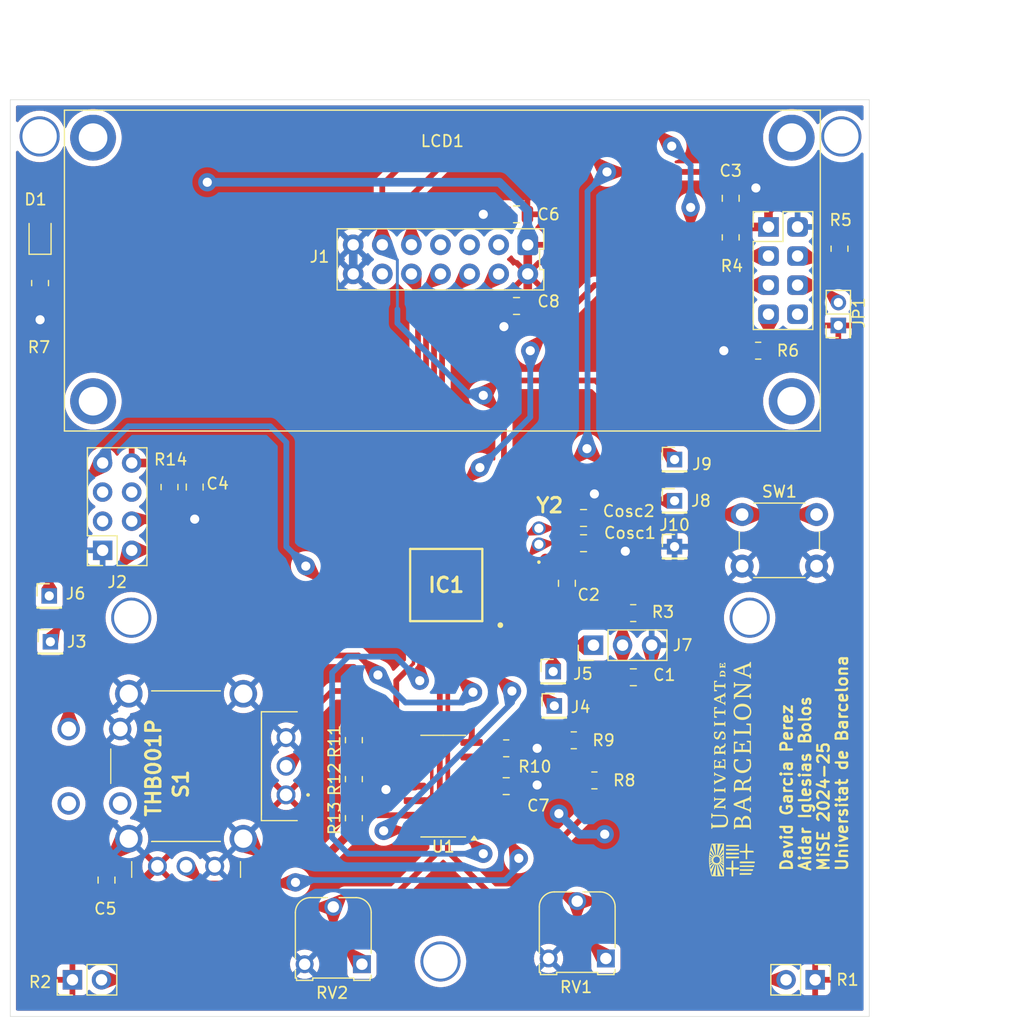
<source format=kicad_pcb>
(kicad_pcb (version 20240108) (generator "pcbnew") (generator_version "8.0")
  (title_block (title "Projecte Robot MISE 2024-25") (date "2025-03-12") (rev "12/03/25") (company "David García - Aidar Iglesias"))
  (layers (0 "F.Cu" signal) (31 "B.Cu" signal) (34 "B.Paste" user) (35 "F.Paste" user) (36 "B.SilkS" user "B.Silkscreen") (37 "F.SilkS" user "F.Silkscreen") (38 "B.Mask" user) (39 "F.Mask" user) (44 "Edge.Cuts" user))
  (net 0 "")
  (net 1 "/SBW_{TDIO}")
  (net 2 "GND")
  (net 3 "+3V3")
  (net 4 "/XT1IN")
  (net 5 "/XT1OUT")
  (net 6 "/LDR_{L}")
  (net 7 "/P1")
  (net 13 "/JTK_{L}")
  (net 14 "/P2")
  (net 16 "/SBW_{TCK}")
  (net 18 "/~{RST_{LCD}}")
  (net 19 "/I2C_SDA")
  (net 21 "/P0")
  (net 23 "/P8")
  (net 24 "/JTK_{SEL}")
  (net 27 "/JTK_{F}")
  (net 33 "/LDR_{R}")
  (net 35 "/ACLK_{TP}")
  (net 36 "/I2C_SCL")
  (net 37 "/RX_{ESP}")
  (net 38 "/JTK_{B}")
  (net 39 "/JTK_{R}")
  (net 42 "/SMCLK_{TP}")
  (net 43 "/~{EN_{ESP}}")
  (net 47 "/TH_{F}")
  (net 48 "/TH_{B}")
  (net 49 "/TH_{R}")
  (net 50 "/TH_{L}")
  (net 51 "/AO1")
  (net 53 "/AO2")
  (net 57 "/TX_{ESP}")
  (net 59 "/A")
  (net 60 "/K")
  (net 68 "/LED_PS")
  (footprint "MiSE:LDR" (layer "F.Cu") (at 74.425 136.3 90)
    (property "Reference" "R2")
    (property "Value" "Device_R_PHOTO")
  )
  (footprint "MiSE:LCD_2x16_I2C(Midas)" (layer "F.Cu") (at 106.725 74.41)
    (property "Reference" "LCD1")
    (property "Value" "LCD_2x16_I2C")
  )
  (footprint "Resistor_SMD:R_0805_2012Metric" (layer "F.Cu") (at 123.3875 104.3 180)
    (property "Reference" "R3")
    (property "Value" "47K")
  )
  (footprint "Resistor_SMD:R_0805_2012Metric" (layer "F.Cu") (at 71.6 75.5 -90)
    (property "Reference" "R7")
    (property "Value" "100")
  )
  (footprint "Capacitor_SMD:C_0805_2012Metric" (layer "F.Cu") (at 119.05 96)
    (property "Reference" "Cosc2")
    (property "Value" "16p")
  )
  (footprint "Resistor_SMD:R_0805_2012Metric" (layer "F.Cu") (at 99 118.7875 -90)
    (property "Reference" "R12")
    (property "Value" "1K5")
  )
  (footprint "MiSE:conn_DFrobot" (layer "F.Cu") (at 106.56 74.7 -90)
    (property "Reference" "J1")
    (property "Value" "conn_DFrobot")
  )
  (footprint "Resistor_SMD:R_0805_2012Metric" (layer "F.Cu") (at 99 115.3875 -90)
    (property "Reference" "R11")
    (property "Value" "800R")
  )
  (footprint "Capacitor_SMD:C_0805_2012Metric" (layer "F.Cu") (at 113.2 77.5 180)
    (property "Reference" "C8")
    (property "Value" "100n")
  )
  (footprint "KiCad:LFXTAL002997Bulk_modificat" (layer "F.Cu") (at 115.15 98.2 90)
    (property "Reference" "Y2")
    (property "Value" "LFXTAL002997BULK" (hide yes))
  )
  (footprint "Resistor_SMD:R_0805_2012Metric" (layer "F.Cu") (at 112.3 116.1)
    (property "Reference" "R10")
    (property "Value" "1K")
  )
  (footprint "Capacitor_SMD:C_0805_2012Metric" (layer "F.Cu") (at 117.6 101.7 90)
    (property "Reference" "C2")
    (property "Value" "100n")
  )
  (footprint "Connector_PinHeader_2.00mm:PinHeader_1x01_P2.00mm_Vertical" (layer "F.Cu") (at 72.5 106.8)
    (property "Reference" "J3")
    (property "Value" "Conn_TX_TP")
  )
  (footprint "Resistor_SMD:R_0805_2012Metric" (layer "F.Cu") (at 131.9 71.5125 -90)
    (property "Reference" "R4")
    (property "Value" "2K2")
  )
  (footprint "Capacitor_SMD:C_0805_2012Metric" (layer "F.Cu") (at 85.1 93.3 -90)
    (property "Reference" "C4")
    (property "Value" "100n")
  )
  (footprint "Connector_PinHeader_2.00mm:PinHeader_1x01_P2.00mm_Vertical" (layer "F.Cu") (at 127 90.9)
    (property "Reference" "J9")
    (property "Value" "SDA_TP")
  )
  (footprint "Resistor_SMD:R_0805_2012Metric" (layer "F.Cu") (at 118.2 115.4 180)
    (property "Reference" "R9")
    (property "Value" "1K5")
  )
  (footprint "Resistor_SMD:R_0805_2012Metric" (layer "F.Cu") (at 141.4 72.5 -90)
    (property "Reference" "R5")
    (property "Value" "2K2")
  )
  (footprint "Resistor_SMD:R_0805_2012Metric" (layer "F.Cu") (at 120 118.9 180)
    (property "Reference" "R8")
    (property "Value" "800R")
  )
  (footprint "Capacitor_SMD:C_0805_2012Metric" (layer "F.Cu") (at 119.05 98.2)
    (property "Reference" "Cosc1")
    (property "Value" "16p")
  )
  (footprint "Button_Switch_THT:SW_PUSH_6mm" (layer "F.Cu") (at 132.9 95.7)
    (property "Reference" "SW1")
    (property "Value" "~{RST_{MSP}}")
  )
  (footprint "MiSE:QFP50P900X900X160-48N" (layer "F.Cu") (at 107.062 101.85 180)
    (property "Reference" "IC1")
    (property "Value" "MSP430FR2355TPT" (hide yes))
  )
  (footprint "LOGO" (layer "F.Cu") (at 132 118 90)
    (property "Reference" "G***" (hide yes))
    (property "Value" "LOGO" (hide yes))
  )
  (footprint "Connector_PinHeader_2.00mm:PinHeader_2x01_P2.00mm_Vertical" (layer "F.Cu") (at 141.3 79.2 90)
    (property "Reference" "JP1")
    (property "Value" "Jumper_LCD")
  )
  (footprint "Package_SO:SOIC-14_3.9x8.7mm_P1.27mm" (layer "F.Cu") (at 106.8 119.4 180)
    (property "Reference" "U1")
    (property "Value" "LMV324")
  )
  (footprint "Capacitor_SMD:C_0805_2012Metric" (layer "F.Cu") (at 131.9 68.1 90)
    (property "Reference" "C3")
    (property "Value" "100n")
  )
  (footprint "Capacitor_SMD:C_0805_2012Metric" (layer "F.Cu") (at 77.4 127.6 90)
    (property "Reference" "C5")
    (property "Value" "100n")
  )
  (footprint "Connector_PinHeader_2.00mm:PinHeader_1x01_P2.00mm_Vertical" (layer "F.Cu") (at 127 94.5)
    (property "Reference" "J8")
    (property "Value" "SCL_TP")
  )
  (footprint "LED_SMD:LED_0805_2012Metric" (layer "F.Cu") (at 71.6 71.3 90)
    (property "Reference" "D1")
    (property "Value" "LED")
  )
  (footprint "Connector_PinHeader_2.00mm:PinHeader_1x01_P2.00mm_Vertical" (layer "F.Cu") (at 72.4 102.8)
    (property "Reference" "J6")
    (property "Value" "Conn_RX_TP")
  )
  (footprint "MiSE:THB001P" (layer "F.Cu") (at 93.075 120.1625 -90)
    (property "Reference" "S1")
    (property "Value" "THB001P")
  )
  (footprint "Capacitor_SMD:C_0805_2012Metric" (layer "F.Cu") (at 123.4 109.9)
    (property "Reference" "C1")
    (property "Value" "1n")
  )
  (footprint "MiSE:LDR" (layer "F.Cu") (at 139.275 136.3 -90)
    (property "Reference" "R1")
    (property "Value" "Device_R_PHOTO")
  )
  (footprint "Connector_PinHeader_2.00mm:PinHeader_1x01_P2.00mm_Vertical" (layer "F.Cu") (at 116.4 109.4)
    (property "Reference" "J5")
    (property "Value" "conn_SMCLK_{TP}")
  )
  (footprint "Connector_PinHeader_2.54mm:PinHeader_1x03_P2.54mm_Vertical" (layer "F.Cu") (at 119.92 107.1 90)
    (property "Reference" "J7")
    (property "Value" "conn_SBW")
  )
  (footprint "Resistor_SMD:R_0805_2012Metric" (layer "F.Cu") (at 134.3 81.4 180)
    (property "Reference" "R6")
    (property "Value" "110R")
  )
  (footprint "Connector_PinSocket_2.54mm:PinSocket_2x04_P2.54mm_Vertical" (layer "F.Cu") (at 77.06 98.82 180)
    (property "Reference" "J2")
    (property "Value" "ESP01_WiFi_mod")
  )
  (footprint "Capacitor_SMD:C_0805_2012Metric" (layer "F.Cu") (at 113.2 69.5 180)
    (property "Reference" "C6")
    (property "Value" "100n")
  )
  (footprint "Resistor_SMD:R_0805_2012Metric" (layer "F.Cu") (at 99 122.2 -90)
    (property "Reference" "R13")
    (property "Value" "1K")
  )
  (footprint "MiSE:Trimmer_MiSE" (layer "F.Cu") (at 121 134.44 180)
    (property "Reference" "RV1")
    (property "Value" "10K")
  )
  (footprint "Connector_PinHeader_2.00mm:PinHeader_1x01_P2.00mm_Vertical" (layer "F.Cu") (at 127 98.5)
    (property "Reference" "J10")
    (property "Value" "Conn_01x01_Pin")
  )
  (footprint "MiSE:Trimmer_MiSE" (layer "F.Cu") (at 99.7 134.94 180)
    (property "Reference" "RV2")
    (property "Value" "10K")
  )
  (footprint "Connector_PinHeader_2.00mm:PinHeader_1x01_P2.00mm_Vertical" (layer "F.Cu") (at 116.5 112.4)
    (property "Reference" "J4")
    (property "Value" "conn_ACLK_{TP}")
  )
  (footprint "Resistor_SMD:R_0805_2012Metric" (layer "F.Cu") (at 82.9 93.3 -90)
    (property "Reference" "R14")
    (property "Value" "10K")
  )
  (footprint "Capacitor_SMD:C_0805_2012Metric" (layer "F.Cu") (at 112.3 119.4)
    (property "Reference" "C7")
    (property "Value" "100n")
  )
  (gr_line (start 144 59.5) (end 144 139.5) (stroke (width 0.05)) (layer "Edge.Cuts"))
  (gr_line (start 144 139.5) (end 69 139.5) (stroke (width 0.05)) (layer "Edge.Cuts"))
  (gr_line (start 69 59.5) (end 144 59.5) (stroke (width 0.05)) (layer "Edge.Cuts"))
  (gr_line (start 69 139.5) (end 69 59.5) (stroke (width 0.05)) (layer "Edge.Cuts"))
  (gr_text "David Garcia Perez\nAidar Iglesias Bolos\nMiSE 2024-25\nUniversitat de Barcelona" (at 142.2 126.9 90) (layer "F.SilkS") (effects (font (size 1 1) (thickness 0.2) (bold yes)) (justify left bottom)))
  (segment (start 122.475 104.3) (end 121.275 105.5) (width 0.25) (layer "F.Cu") (net 1))
  (segment (start 122.46 104.315) (end 122.475 104.3) (width 0.5) (layer "F.Cu") (net 1))
  (segment (start 130 100.8) (end 129.2 101.6) (width 0.5) (layer "F.Cu") (net 1))
  (segment (start 130 96.5) (end 130 100.8) (width 0.5) (layer "F.Cu") (net 1))
  (segment (start 129.2 101.6) (end 124.1 101.6) (width 0.5) (layer "F.Cu") (net 1))
  (segment (start 114.172792 102.6) (end 111.3 102.6) (width 0.25) (layer "F.Cu") (net 1))
  (segment (start 130.8 95.7) (end 130 96.5) (width 0.5) (layer "F.Cu") (net 1))
  (segment (start 124.1 101.6) (end 122.475 103.225) (width 0.5) (layer "F.Cu") (net 1))
  (segment (start 121.275 105.5) (end 117.072792 105.5) (width 0.25) (layer "F.Cu") (net 1))
  (segment (start 122.46 107.1) (end 122.46 104.315) (width 0.5) (layer "F.Cu") (net 1))
  (segment (start 122.475 103.225) (end 122.475 104.3) (width 0.5) (layer "F.Cu") (net 1))
  (segment (start 132.9 95.7) (end 139.4 95.7) (width 0.5) (layer "F.Cu") (net 1))
  (segment (start 132.9 95.7) (end 130.8 95.7) (width 0.5) (layer "F.Cu") (net 1))
  (segment (start 122.45 107.11) (end 122.46 107.1) (width 0.5) (layer "F.Cu") (net 1))
  (segment (start 117.072792 105.5) (end 114.172792 102.6) (width 0.25) (layer "F.Cu") (net 1))
  (segment (start 122.45 109.9) (end 122.45 107.11) (width 0.5) (layer "F.Cu") (net 1))
  (segment (start 99 123.1125) (end 96.8125 125.3) (width 0.75) (layer "F.Cu") (net 2))
  (segment (start 125 109.25) (end 125 107.1) (width 0.75) (layer "F.Cu") (net 2))
  (segment (start 115.7 99.5) (end 114.5 100.7) (width 0.75) (layer "F.Cu") (net 2))
  (segment (start 120 98.2) (end 120 96) (width 0.75) (layer "F.Cu") (net 2))
  (segment (start 96.8125 125.3) (end 90.6575 125.3) (width 0.75) (layer "F.Cu") (net 2))
  (segment (start 112.25 79.15) (end 112.1 79.3) (width 0.75) (layer "F.Cu") (net 2))
  (segment (start 71.6 76.4125) (end 71.6 78.7) (width 0.75) (layer "F.Cu") (net 2))
  (segment (start 134.05 67.15) (end 134.1 67.2) (width 0.75) (layer "F.Cu") (net 2))
  (segment (start 114.9 119.4) (end 115 119.3) (width 0.75) (layer "F.Cu") (net 2))
  (segment (start 120 96) (end 120 93.9) (width 0.75) (layer "F.Cu") (net 2))
  (segment (start 120 99.2) (end 119.7 99.5) (width 0.75) (layer "F.Cu") (net 2))
  (segment (start 124.35 109.9) (end 125 109.25) (width 0.75) (layer "F.Cu") (net 2))
  (segment (start 90.6575 125.3) (end 89.345 123.9875) (width 0.75) (layer "F.Cu") (net 2))
  (segment (start 104.325 119.4) (end 102.1 119.4) (width 0.75) (layer "F.Cu") (net 2))
  (segment (start 133.3875 81.4) (end 131.3 81.4) (width 0.75) (layer "F.Cu") (net 2))
  (segment (start 112.651472 101.6) (end 111.3 101.6) (width 0.3) (layer "F.Cu") (net 2))
  (segment (start 120 98.2) (end 120 99.2) (width 0.75) (layer "F.Cu") (net 2))
  (segment (start 131.9 67.15) (end 134.05 67.15) (width 0.75) (layer "F.Cu") (net 2))
  (segment (start 77.4 125.9325) (end 79.345 123.9875) (width 0.75) (layer "F.Cu") (net 2))
  (segment (start 113.9 101.3) (end 112.951472 101.3) (width 0.3) (layer "F.Cu") (net 2))
  (segment (start 113.25 119.4) (end 114.9 119.4) (width 0.75) (layer "F.Cu") (net 2))
  (segment (start 113.2125 116.1) (end 115 116.1) (width 0.75) (layer "F.Cu") (net 2))
  (segment (start 77.4 126.65) (end 77.4 125.9325) (width 0.75) (layer "F.Cu") (net 2))
  (segment (start 119.7 99.5) (end 115.7 99.5) (width 0.75) (layer "F.Cu") (net 2))
  (segment (start 102.1 119.4) (end 101.8 119.7) (width 0.75) (layer "F.Cu") (net 2))
  (segment (start 120.85 100.75) (end 117.6 100.75) (width 0.75) (layer "F.Cu") (net 2))
  (segment (start 114.5 100.7) (end 113.9 101.3) (width 0.3) (layer "F.Cu") (net 2))
  (segment (start 85.1 94.25) (end 85.1 96.1) (width 0.75) (layer "F.Cu") (net 2))
  (segment (start 112.951472 101.3) (end 112.651472 101.6) (width 0.3) (layer "F.Cu") (net 2))
  (segment (start 112.25 77.5) (end 112.25 79.15) (width 0.75) (layer "F.Cu") (net 2))
  (segment (start 122.7 98.9) (end 120.85 100.75) (width 0.75) (layer "F.Cu") (net 2))
  (segment (start 112.25 69.5) (end 110.3 69.5) (width 0.75) (layer "F.Cu") (net 2))
  (via (at 115 119.3) (size 1.6) (drill 0.8) (layers "F.Cu" "B.Cu") (net 2))
  (via (at 85.1 96.1) (size 1.6) (drill 0.8) (layers "F.Cu" "B.Cu") (net 2))
  (via (at 71.6 78.7) (size 1.6) (drill 0.8) (layers "F.Cu" "B.Cu") (net 2))
  (via (at 110.3 69.5) (size 1.6) (drill 0.8) (layers "F.Cu" "B.Cu") (net 2))
  (via (at 120 93.9) (size 1.6) (drill 0.8) (layers "F.Cu" "B.Cu") (net 2))
  (via (at 112.1 79.3) (size 1.6) (drill 0.8) (layers "F.Cu" "B.Cu") (net 2))
  (via (at 101.8 119.7) (size 1.6) (drill 0.8) (layers "F.Cu" "B.Cu") (net 2))
  (via (at 131.3 81.4) (size 1.6) (drill 0.8) (layers "F.Cu" "B.Cu") (net 2))
  (via (at 122.7 98.9) (size 1.6) (drill 0.8) (layers "F.Cu" "B.Cu") (net 2))
  (via (at 134.1 67.2) (size 1.6) (drill 0.8) (layers "F.Cu" "B.Cu") (net 2))
  (via (at 115 116.1) (size 1.6) (drill 0.8) (layers "F.Cu" "B.Cu") (net 2))
  (segment (start 98.94 72.16) (end 98.94 74.7) (width 0.75) (layer "B.Cu") (net 2))
  (segment (start 81.7125 91.2) (end 82.9 92.3875) (width 0.75) (layer "F.Cu") (net 3))
  (segment (start 111.35 119.4) (end 109.275 119.4) (width 0.75) (layer "F.Cu") (net 3))
  (segment (start 114.3 102.1) (end 111.3 102.1) (width 0.25) (layer "F.Cu") (net 3))
  (segment (start 115.7 101.9) (end 115.2 101.9) (width 0.75) (layer "F.Cu") (net 3))
  (segment (start 82.9 92.3875) (end 85.0625 92.3875) (width 0.75) (layer "F.Cu") (net 3))
  (segment (start 135.2 70.6) (end 131.9 70.6) (width 0.75) (layer "F.Cu") (net 3))
  (segment (start 140.3 67.8) (end 141.4 68.9) (width 0.75) (layer "F.Cu") (net 3))
  (segment (start 131.9 69.05) (end 131.9 70.6) (width 0.75) (layer "F.Cu") (net 3))
  (segment (start 114.18 74.7) (end 114.18 77.47) (width 0.75) (layer "F.Cu") (net 3))
  (segment (start 114.5 101.9) (end 114.3 102.1) (width 0.25) (layer "F.Cu") (net 3))
  (segment (start 74.08125 66.7) (end 71.6 69.18125) (width 0.75) (layer "F.Cu") (net 3))
  (segment (start 115.2 101.9) (end 114.5 101.9) (width 0.25) (layer "F.Cu") (net 3))
  (segment (start 115.8 102) (end 115.7 101.9) (width 0.75) (layer "F.Cu") (net 3))
  (segment (start 114.18 72.16) (end 114.18 74.7) (width 0.75) (layer "F.Cu") (net 3))
  (segment (start 79.6875 128.55) (end 81.845 126.3925) (width 0.75) (layer "F.Cu") (net 3))
  (segment (start 117.6 102.65) (end 116.45 102.65) (width 0.75) (layer "F.Cu") (net 3))
  (segment (start 79.6 91.2) (end 81.7125 91.2) (width 0.75) (layer "F.Cu") (net 3))
  (segment (start 77.4 128.55) (end 79.6875 128.55) (width 0.75) (layer "F.Cu") (net 3))
  (segment (start 85.0625 92.3875) (end 85.1 92.35) (width 0.75) (layer "F.Cu") (net 3))
  (segment (start 116.45 102.65) (end 115.8 102) (width 0.75) (layer "F.Cu") (net 3))
  (segment (start 86.2 66.7) (end 74.08125 66.7) (width 0.75) (layer "F.Cu") (net 3))
  (segment (start 141.4 68.9) (end 141.4 71.5875) (width 0.75) (layer "F.Cu") (net 3))
  (segment (start 136.6 67.8) (end 140.3 67.8) (width 0.75) (layer "F.Cu") (net 3))
  (segment (start 135.2 70.6) (end 135.2 69.2) (width 0.75) (layer "F.Cu") (net 3))
  (segment (start 135.2 69.2) (end 136.6 67.8) (width 0.75) (layer "F.Cu") (net 3))
  (segment (start 114.15 72.13) (end 114.18 72.16) (width 0.75) (layer "F.Cu") (net 3))
  (segment (start 114.15 69.5) (end 114.15 72.13) (width 0.75) (layer "F.Cu") (net 3))
  (segment (start 71.6 69.18125) (end 71.6 70.3625) (width 0.75) (layer "F.Cu") (net 3))
  (segment (start 114.18 77.47) (end 114.15 77.5) (width 0.75) (layer "F.Cu") (net 3))
  (via (at 120.9 123.6) (size 1.6) (drill 0.8) (layers "F.Cu" "B.Cu") (net 3))
  (via (at 86.2 66.7) (size 1.6) (drill 0.8) (layers "F.Cu" "B.Cu") (net 3))
  (via (at 116.9 121.8) (size 1.6) (drill 0.8) (layers "F.Cu" "B.Cu") (net 3))
  (segment (start 116.9 121.8) (end 118.7 123.6) (width 0.75) (layer "B.Cu") (net 3))
  (segment (start 111.7 66.7) (end 114.18 69.18) (width 0.75) (layer "B.Cu") (net 3))
  (segment (start 118.7 123.6) (end 120.9 123.6) (width 0.75) (layer "B.Cu") (net 3))
  (segment (start 114.18 69.18) (end 114.18 72.16) (width 0.75) (layer "B.Cu") (net 3))
  (segment (start 86.2 66.7) (end 111.7 66.7) (width 0.75) (layer "B.Cu") (net 3))
  (segment (start 118.1 98.2) (end 115.25 98.2) (width 0.25) (layer "F.Cu") (net 4))
  (segment (start 115.25 98.2) (end 115.15 98.3) (width 0.25) (layer "F.Cu") (net 4))
  (segment (start 115.15 98.3) (end 115.15 98.423896) (width 0.25) (layer "F.Cu") (net 4))
  (segment (start 112.473896 101.1) (end 111.3 101.1) (width 0.25) (layer "F.Cu") (net 4))
  (segment (start 115.15 98.423896) (end 112.473896 101.1) (width 0.25) (layer "F.Cu") (net 4))
  (segment (start 115.15 98.2) (end 115.15 98.423896) (width 0.25) (layer "F.Cu") (net 4))
  (segment (start 112.3375 100.6) (end 111.3 100.6) (width 0.25) (layer "F.Cu") (net 5))
  (segment (start 115.15 96.9) (end 114.7 96.9) (width 0.25) (layer "F.Cu") (net 5))
  (segment (start 114.7 96.9) (end 113.8 97.8) (width 0.25) (layer "F.Cu") (net 5))
  (segment (start 113.8 97.8) (end 113.8 99.1375) (width 0.25) (layer "F.Cu") (net 5))
  (segment (start 113.8 99.1375) (end 112.3375 100.6) (width 0.25) (layer "F.Cu") (net 5))
  (segment (start 118.1 96) (end 117.2 96.9) (width 0.25) (layer "F.Cu") (net 5))
  (segment (start 117.2 96.9) (end 115.15 96.9) (width 0.25) (layer "F.Cu") (net 5))
  (segment (start 107.15 109.85) (end 107.15 109.75) (width 0.3) (layer "F.Cu") (net 6))
  (segment (start 107.15 109.75) (end 107.312 109.588) (width 0.3) (layer "F.Cu") (net 6))
  (segment (start 107.2 125.1) (end 111 128.9) (width 0.5) (layer "F.Cu") (net 6))
  (segment (start 129.6 136.3) (end 136.735 136.3) (width 0.5) (layer "F.Cu") (net 6))
  (segment (start 107.2 122.762684) (end 107.2 125.1) (width 0.5) (layer "F.Cu") (net 6))
  (segment (start 118.5 129.44) (end 122.74 129.44) (width 0.5) (layer "F.Cu") (net 6))
  (segment (start 121 134.44) (end 118.5 131.94) (width 0.5) (layer "F.Cu") (net 6))
  (segment (start 117.96 128.9) (end 118.5 129.44) (width 0.5) (layer "F.Cu") (net 6))
  (segment (start 118.5 131.94) (end 118.5 129.44) (width 0.5) (layer "F.Cu") (net 6))
  (segment (start 122.74 129.44) (end 129.6 136.3) (width 0.5) (layer "F.Cu") (net 6))
  (segment (start 107.312 109.588) (end 107.312 105.7) (width 0.3) (layer "F.Cu") (net 6))
  (segment (start 111 128.9) (end 117.96 128.9) (width 0.5) (layer "F.Cu") (net 6))
  (segment (start 107.2 122.762684) (end 107.2 109.9) (width 0.4) (layer "F.Cu") (net 6))
  (segment (start 107.2 109.9) (end 107.15 109.85) (width 0.3) (layer "F.Cu") (net 6))
  (segment (start 105.812 96.4) (end 106 96.212) (width 0.25) (layer "F.Cu") (net 7))
  (segment (start 106 77.8) (end 106 95.7) (width 0.5) (layer "F.Cu") (net 7))
  (segment (start 105.812 97.612) (end 105.812 96.4) (width 0.25) (layer "F.Cu") (net 7))
  (segment (start 106 96.212) (end 106 95.7) (width 0.25) (layer "F.Cu") (net 7))
  (segment (start 109.1 74.7) (end 106 77.8) (width 0.5) (layer "F.Cu") (net 7))
  (segment (start 108.812 107.497787) (end 108.812 106.088) (width 0.3) (layer "F.Cu") (net 13))
  (segment (start 112.8 111.1) (end 110.7 109) (width 0.5) (layer "F.Cu") (net 13))
  (segment (start 101.69 123.21) (end 101.6 123.3) (width 0.5) (layer "F.Cu") (net 13))
  (segment (start 109.614213 108.3) (end 108.812 107.497787) (width 0.3) (layer "F.Cu") (net 13))
  (segment (start 110.7 109) (end 110 108.3) (width 0.3) (layer "F.Cu") (net 13))
  (segment (start 110 108.3) (end 109.614213 108.3) (width 0.3) (layer "F.Cu") (net 13))
  (segment (start 104.325 123.21) (end 101.69 123.21) (width 0.5) (layer "F.Cu") (net 13))
  (via (at 112.8 111.1) (size 1.6) (drill 0.8) (layers "F.Cu" "B.Cu") (net 13))
  (via (at 101.6 123.3) (size 1.6) (drill 0.8) (layers "F.Cu" "B.Cu") (net 13))
  (segment (start 101.6 123.3) (end 112.8 112.1) (width 0.5) (layer "B.Cu") (net 13))
  (segment (start 112.8 112.1) (end 112.8 111.1) (width 0.5) (layer "B.Cu") (net 13))
  (segment (start 105.3 95.6) (end 105.312 95.612) (width 0.25) (layer "F.Cu") (net 14))
  (segment (start 105.3 75.96) (end 105.3 91.9) (width 0.5) (layer "F.Cu") (net 14))
  (segment (start 106.56 74.7) (end 105.3 75.96) (width 0.5) (layer "F.Cu") (net 14))
  (segment (start 105.3 95.6) (end 105.3 91.9) (width 0.5) (layer "F.Cu") (net 14))
  (segment (start 106.56 74.7) (end 106.7 74.7) (width 0.5) (layer "F.Cu") (net 14))
  (segment (start 105.312 95.612) (end 105.312 97.612) (width 0.25) (layer "F.Cu") (net 14))
  (segment (start 111.3 103.1) (end 114.036396 103.1) (width 0.25) (layer "F.Cu") (net 16))
  (segment (start 114.036396 103.1) (end 118.036396 107.1) (width 0.25) (layer "F.Cu") (net 16))
  (segment (start 118.036396 107.1) (end 119.92 107.1) (width 0.25) (layer "F.Cu") (net 16))
  (segment (start 109.312 96.412) (end 109.312 97.612) (width 0.25) (layer "F.Cu") (net 18))
  (segment (start 108.4 95.5) (end 109.312 96.412) (width 0.25) (layer "F.Cu") (net 18))
  (segment (start 110 91.6) (end 108.4 93.2) (width 0.5) (layer "F.Cu") (net 18))
  (segment (start 114.4 81.3) (end 120.02 75.68) (width 0.5) (layer "F.Cu") (net 18))
  (segment (start 108.4 93.2) (end 108.4 95.1) (width 0.5) (layer "F.Cu") (net 18))
  (segment (start 120.02 75.68) (end 135.2 75.68) (width 0.5) (layer "F.Cu") (net 18))
  (segment (start 108.4 95.1) (end 108.4 95.5) (width 0.5) (layer "F.Cu") (net 18))
  (segment (start 114.4 81.4) (end 114.4 81.3) (width 0.5) (layer "F.Cu") (net 18))
  (via (at 110 91.6) (size 1.6) (drill 0.8) (layers "F.Cu" "B.Cu") (net 18))
  (via (at 114.4 81.4) (size 1.6) (drill 0.8) (layers "F.Cu" "B.Cu") (net 18))
  (segment (start 114.4 81.4) (end 114.4 87.2) (width 0.5) (layer "B.Cu") (net 18))
  (segment (start 114.4 87.2) (end 110 91.6) (width 0.5) (layer "B.Cu") (net 18))
  (segment (start 110.3 85.3) (end 111.6 84) (width 0.5) (layer "F.Cu") (net 19))
  (segment (start 132.615 73.14) (end 131.9 72.425) (width 0.5) (layer "F.Cu") (net 19))
  (segment (start 109.812 96.412) (end 109.812 97.612) (width 0.25) (layer "F.Cu") (net 19))
  (segment (start 128.4 68.9) (end 128.4 71.4) (width 0.5) (layer "F.Cu") (net 19))
  (segment (start 128.4 71.4) (end 129.425 72.425) (width 0.5) (layer "F.Cu") (net 19))
  (segment (start 112.1 94.4) (end 111.3 95.2) (width 0.5) (layer "F.Cu") (net 19))
  (segment (start 109.8 96.4) (end 109.812 96.412) (width 0.25) (layer "F.Cu") (net 19))
  (segment (start 111.3 95.2) (end 110.4 95.2) (width 0.5) (layer "F.Cu") (net 19))
  (segment (start 126.75 63.55) (end 125.6 62.4) (width 0.5) (layer "F.Cu") (net 19))
  (segment (start 109.8 95.8) (end 109.8 96.4) (width 0.25) (layer "F.Cu") (net 19))
  (segment (start 101.48 66.92) (end 101.48 72.16) (width 0.5) (layer "F.Cu") (net 19))
  (segment (start 120.1 84) (end 127 90.9) (width 0.5) (layer "F.Cu") (net 19))
  (segment (start 106 62.4) (end 101.48 66.92) (width 0.5) (layer "F.Cu") (net 19))
  (segment (start 135.2 73.14) (end 132.615 73.14) (width 0.5) (layer "F.Cu") (net 19))
  (segment (start 112.1 87.1) (end 112.1 94.4) (width 0.5) (layer "F.Cu") (net 19))
  (segment (start 129.425 72.425) (end 131.9 72.425) (width 0.5) (layer "F.Cu") (net 19))
  (segment (start 110.4 95.2) (end 109.8 95.8) (width 0.5) (layer "F.Cu") (net 19))
  (segment (start 125.6 62.4) (end 106 62.4) (width 0.5) (layer "F.Cu") (net 19))
  (segment (start 111.6 84) (end 120.1 84) (width 0.5) (layer "F.Cu") (net 19))
  (segment (start 110.3 85.3) (end 112.1 87.1) (width 0.5) (layer "F.Cu") (net 19))
  (via (at 126.75 63.55) (size 1.6) (drill 0.8) (layers "F.Cu" "B.Cu") (net 19))
  (via (at 110.3 85.3) (size 1.6) (drill 0.8) (layers "F.Cu" "B.Cu") (net 19))
  (via (at 128.4 68.9) (size 1.6) (drill 0.8) (layers "F.Cu" "B.Cu") (net 19))
  (segment (start 110.3 85.3) (end 109.1 85.3) (width 0.5) (layer "B.Cu") (net 19))
  (segment (start 102.8 77.8) (end 102.8 76.5) (width 0.25) (layer "B.Cu") (net 19))
  (segment (start 109.1 85.3) (end 102.8 79) (width 0.5) (layer "B.Cu") (net 19))
  (segment (start 102.795 73.475) (end 101.48 72.16) (width 0.25) (layer "B.Cu") (net 19))
  (segment (start 128.4 65.2) (end 128.4 68.9) (width 0.5) (layer "B.Cu") (net 19))
  (segment (start 102.795 76.495) (end 102.795 73.475) (width 0.25) (layer "B.Cu") (net 19))
  (segment (start 102.8 79) (end 102.8 77.8) (width 0.5) (layer "B.Cu") (net 19))
  (segment (start 102.8 76.5) (end 102.795 76.495) (width 0.25) (layer "B.Cu") (net 19))
  (segment (start 126.75 63.55) (end 128.4 65.2) (width 0.5) (layer "B.Cu") (net 19))
  (segment (start 106.312 96.5745) (end 106.312 97.612) (width 0.25) (layer "F.Cu") (net 21))
  (segment (start 111.64 74.7) (end 106.7 79.64) (width 0.5) (layer "F.Cu") (net 21))
  (segment (start 106.7 79.64) (end 106.7 95.7) (width 0.5) (layer "F.Cu") (net 21))
  (segment (start 106.7 96.1865) (end 106.7 95.7) (width 0.25) (layer "F.Cu") (net 21))
  (segment (start 106.312 96.5745) (end 106.7 96.1865) (width 0.25) (layer "F.Cu") (net 21))
  (segment (start 104.6 95.6) (end 101.5 98.7) (width 0.25) (layer "F.Cu") (net 23))
  (segment (start 104.02 74.7) (end 104.6 75.28) (width 0.5) (layer "F.Cu") (net 23))
  (segment (start 101.5 98.7) (end 101.5 99.8) (width 0.25) (layer "F.Cu") (net 23))
  (segment (start 101.8 100.1) (end 102.824 100.1) (width 0.25) (layer "F.Cu") (net 23))
  (segment (start 104.6 75.28) (end 104.6 95.6) (width 0.5) (layer "F.Cu") (net 23))
  (segment (start 101.5 99.8) (end 101.8 100.1) (width 0.25) (layer "F.Cu") (net 23))
  (segment (start 101.1 109.7) (end 99.4 108) (width 0.5) (layer "F.Cu") (net 24))
  (segment (start 99.4 108) (end 78.1 108) (width 0.5) (layer "F.Cu") (net 24))
  (segment (start 107.912 109.712) (end 107.912 108.388) (width 0.5) (layer "F.Cu") (net 24))
  (segment (start 74.095 112.005) (end 74.095 114.4125) (width 0.5) (layer "F.Cu") (net 24))
  (segment (start 109.4 111.2) (end 107.912 109.712) (width 0.5) (layer "F.Cu") (net 24))
  (segment (start 107.812 107.912) (end 107.812 106.088) (width 0.3) (layer "F.Cu") (net 24))
  (segment (start 107.912 108.388) (end 107.912 108.012) (width 0.3) (layer "F.Cu") (net 24))
  (segment (start 78.1 108) (end 74.095 112.005) (width 0.5) (layer "F.Cu") (net 24))
  (segment (start 107.912 108.012) (end 107.812 107.912) (width 0.3) (layer "F.Cu") (net 24))
  (via (at 109.4 111.2) (size 1.6) (drill 0.8) (layers "F.Cu" "B.Cu") (net 24))
  (via (at 101.1 109.7) (size 1.6) (drill 0.8) (layers "F.Cu" "B.Cu") (net 24))
  (segment (start 101.1 109.7) (end 103.5 112.1) (width 0.5) (layer "B.Cu") (net 24))
  (segment (start 108.5 112.1) (end 109.4 111.2) (width 0.5) (layer "B.Cu") (net 24))
  (segment (start 103.5 112.1) (end 108.5 112.1) (width 0.5) (layer "B.Cu") (net 24))
  (segment (start 109.275 123.21) (end 109.275 124.275) (width 0.5) (layer "F.Cu") (net 27))
  (segment (start 104.8 110.15) (end 104.8 108.4) (width 0.5) (layer "F.Cu") (net 27))
  (segment (start 104.812 108.388) (end 104.812 106.088) (width 0.3) (layer "F.Cu") (net 27))
  (segment (start 104.8 108.4) (end 104.812 108.388) (width 0.3) (layer "F.Cu") (net 27))
  (segment (start 109.275 124.275) (end 110.3 125.3) (width 0.5) (layer "F.Cu") (net 27))
  (segment (start 104.75 110.2) (end 104.8 110.15) (width 0.5) (layer "F.Cu") (net 27))
  (via (at 104.75 110.2) (size 1.6) (drill 0.8) (layers "F.Cu" "B.Cu") (net 27))
  (via (at 110.3 125.3) (size 1.6) (drill 0.8) (layers "F.Cu" "B.Cu") (net 27))
  (segment (start 97.1 109.5) (end 97.1 123.9) (width 0.5) (layer "B.Cu") (net 27))
  (segment (start 98.5 125.3) (end 110.3 125.3) (width 0.5) (layer "B.Cu") (net 27))
  (segment (start 102.65 108.1) (end 98.5 108.1) (width 0.5) (layer "B.Cu") (net 27))
  (segment (start 98.5 108.1) (end 97.1 109.5) (width 0.5) (layer "B.Cu") (net 27))
  (segment (start 104.75 110.2) (end 102.65 108.1) (width 0.5) (layer "B.Cu") (net 27))
  (segment (start 97.1 123.9) (end 98.5 125.3) (width 0.5) (layer "B.Cu") (net 27))
  (segment (start 106.344975 125.155025) (end 106.344975 120.644975) (width 0.5) (layer "F.Cu") (net 33))
  (segment (start 106.5 120.48995) (end 106.5 111.3) (width 0.5) (layer "F.Cu") (net 33))
  (segment (start 97.2 129.94) (end 98.24 128.9) (width 0.5) (layer "F.Cu") (net 33))
  (segment (start 86.065 136.3) (end 76.965 136.3) (width 0.5) (layer "F.Cu") (net 33))
  (segment (start 106.5 108.8) (end 106.5 111.3) (width 0.3) (layer "F.Cu") (net 33))
  (segment (start 106.812 108.488) (end 106.5 108.8) (width 0.3) (layer "F.Cu") (net 33))
  (segment (start 97.2 132.44) (end 97.2 129.94) (width 0.5) (layer "F.Cu") (net 33))
  (segment (start 97.2 129.94) (end 92.425 129.94) (width 0.5) (layer "F.Cu") (net 33))
  (segment (start 106.344975 120.644975) (end 106.5 120.48995) (width 0.5) (layer "F.Cu") (net 33))
  (segment (start 99.7 134.94) (end 97.2 132.44) (width 0.5) (layer "F.Cu") (net 33))
  (segment (start 106.812 108.488) (end 106.812 106.088) (width 0.3) (layer "F.Cu") (net 33))
  (segment (start 102.6 128.9) (end 106.344975 125.155025) (width 0.5) (layer "F.Cu") (net 33))
  (segment (start 92.425 129.94) (end 86.065 136.3) (width 0.5) (layer "F.Cu") (net 33))
  (segment (start 98.24 128.9) (end 102.6 128.9) (width 0.5) (layer "F.Cu") (net 33))
  (segment (start 116.5 112.4) (end 114.4 110.3) (width 0.25) (layer "F.Cu") (net 35))
  (segment (start 113.6 104.1) (end 111.3 104.1) (width 0.25) (layer "F.Cu") (net 35))
  (segment (start 114.4 104.9) (end 113.6 104.1) (width 0.25) (layer "F.Cu") (net 35))
  (segment (start 114.4 110.3) (end 114.4 104.9) (width 0.25) (layer "F.Cu") (net 35))
  (segment (start 119.35 89.95) (end 115.2 94.1) (width 0.5) (layer "F.Cu") (net 36))
  (segment (start 127 94.5) (end 123.9 94.5) (width 0.5) (layer "F.Cu") (net 36))
  (segment (start 138.0125 73.4125) (end 137.74 73.14) (width 0.5) (layer "F.Cu") (net 36))
  (segment (start 119.9 64.6) (end 121.1 65.8) (width 0.5) (layer "F.Cu") (net 36))
  (segment (start 121.1 65.8) (end 140.5 65.8) (width 0.5) (layer "F.Cu") (net 36))
  (segment (start 111.3 99.1) (end 112.3 99.1) (width 0.25) (layer "F.Cu") (net 36))
  (segment (start 123.9 94.5) (end 119.35 89.95) (width 0.5) (layer "F.Cu") (net 36))
  (segment (start 142.9 68.2) (end 142.9 71.9125) (width 0.5) (layer "F.Cu") (net 36))
  (segment (start 112.3 99.1) (end 113 98.4) (width 0.25) (layer "F.Cu") (net 36))
  (segment (start 142.9 71.9125) (end 141.4 73.4125) (width 0.5) (layer "F.Cu") (net 36))
  (segment (start 140.5 65.8) (end 142.9 68.2) (width 0.5) (layer "F.Cu") (net 36))
  (segment (start 141.4 73.4125) (end 138.0125 73.4125) (width 0.5) (layer "F.Cu") (net 36))
  (segment (start 104.02 67.88) (end 107.3 64.6) (width 0.5) (layer "F.Cu") (net 36))
  (segment (start 113 96.3) (end 115.2 94.1) (width 0.25) (layer "F.Cu") (net 36))
  (segment (start 113 98.4) (end 113 96.3) (width 0.25) (layer "F.Cu") (net 36))
  (segment (start 104.02 72.16) (end 104.02 67.88) (width 0.5) (layer "F.Cu") (net 36))
  (segment (start 107.3 64.6) (end 119.9 64.6) (width 0.5) (layer "F.Cu") (net 36))
  (via (at 121.1 65.8) (size 1.6) (drill 0.8) (layers "F.Cu" "B.Cu") (net 36))
  (via (at 119.35 89.95) (size 1.6) (drill 0.8) (layers "F.Cu" "B.Cu") (net 36))
  (segment (start 119.35 89.95) (end 119.4 89.9) (width 0.5) (layer "B.Cu") (net 36))
  (segment (start 119.4 89.9) (end 119.4 67.5) (width 0.5) (layer "B.Cu") (net 36))
  (segment (start 119.4 67.5) (end 121.1 65.8) (width 0.5) (layer "B.Cu") (net 36))
  (segment (start 96.6 102) (end 94.8 100.2) (width 0.5) (layer "F.Cu") (net 37))
  (segment (start 77.06 91.24) (end 72.4 95.9) (width 0.5) (layer "F.Cu") (net 37))
  (segment (start 77.06 91.2) (end 77.06 91.24) (width 0.5) (layer "F.Cu") (net 37))
  (segment (start 99.8 102) (end 96.6 102) (width 0.5) (layer "F.Cu") (net 37))
  (segment (start 99.9 102.1) (end 102.824 102.1) (width 0.3) (layer "F.Cu") (net 37))
  (segment (start 99.8 102) (end 99.9 102.1) (width 0.3) (layer "F.Cu") (net 37))
  (segment (start 72.4 95.9) (end 72.4 102.8) (width 0.5) (layer "F.Cu") (net 37))
  (via (at 94.8 100.2) (size 1.6) (drill 0.8) (layers "F.Cu" "B.Cu") (net 37))
  (segment (start 93.1 98.5) (end 94.8 100.2) (width 0.5) (layer "B.Cu") (net 37))
  (segment (start 93.1 89.4) (end 93.1 98.5) (width 0.5) (layer "B.Cu") (net 37))
  (segment (start 77.06 91.2) (end 77.06 90.24) (width 0.5) (layer "B.Cu") (net 37))
  (segment (start 79.3 88) (end 91.7 88) (width 0.5) (layer "B.Cu") (net 37))
  (segment (start 91.7 88) (end 93.1 89.4) (width 0.5) (layer "B.Cu") (net 37))
  (segment (start 77.06 90.24) (end 79.3 88) (width 0.5) (layer "B.Cu") (net 37))
  (segment (start 108.412 107.912) (end 108.412 107.804894) (width 0.3) (layer "F.Cu") (net 38))
  (segment (start 111.1 110.6) (end 111.1 112.1) (width 0.5) (layer "F.Cu") (net 38))
  (segment (start 108.412 107.804894) (end 108.312 107.704894) (width 0.3) (layer "F.Cu") (net 38))
  (segment (start 110.3 109.8) (end 111.1 110.6) (width 0.5) (layer "F.Cu") (net 38))
  (segment (start 111.1 112.1) (end 109.3 113.9) (width 0.5) (layer "F.Cu") (net 38))
  (segment (start 109.3 113.9) (end 109.3 115.565) (width 0.5) (layer "F.Cu") (net 38))
  (segment (start 110.3 109.8) (end 108.412 107.912) (width 0.3) (layer "F.Cu") (net 38))
  (segment (start 108.312 107.704894) (end 108.312 106.088) (width 0.3) (layer "F.Cu") (net 38))
  (segment (start 109.3 115.565) (end 109.275 115.59) (width 0.5) (layer "F.Cu") (net 38))
  (segment (start 104.2 108.7) (end 104.2 107.8) (width 0.3) (layer "F.Cu") (net 39))
  (segment (start 103.65 109.25) (end 102.7 110.2) (width 0.5) (layer "F.Cu") (net 39))
  (segment (start 102.7 115) (end 103.29 115.59) (width 0.5) (layer "F.Cu") (net 39))
  (segment (start 103.65 109.25) (end 104.2 108.7) (width 0.3) (layer "F.Cu") (net 39))
  (segment (start 104.2 107.8) (end 104.312 107.688) (width 0.3) (layer "F.Cu") (net 39))
  (segment (start 104.312 107.688) (end 104.312 106.088) (width 0.3) (layer "F.Cu") (net 39))
  (segment (start 103.29 115.59) (end 104.325 115.59) (width 0.5) (layer "F.Cu") (net 39))
  (segment (start 102.7 110.2) (end 102.7 115) (width 0.5) (layer "F.Cu") (net 39))
  (segment (start 113.9 103.6) (end 116.4 106.1) (width 0.25) (layer "F.Cu") (net 42))
  (segment (start 116.4 106.1) (end 116.4 109.4) (width 0.25) (layer "F.Cu") (net 42))
  (segment (start 111.3 103.6) (end 113.9 103.6) (width 0.25) (layer "F.Cu") (net 42))
  (segment (start 80.8325 96.28) (end 82.9 94.2125) (width 0.5) (layer "F.Cu") (net 43))
  (segment (start 79.6 96.28) (end 80.8325 96.28) (width 0.5) (layer "F.Cu") (net 43))
  (segment (start 113.199948 123.9) (end 117.2 123.9) (width 0.5) (layer "F.Cu") (net 47))
  (segment (start 119.0875 122.0125) (end 119.0875 118.9) (width 0.5) (layer "F.Cu") (net 47))
  (segment (start 119.0875 115.425) (end 119.1125 115.4) (width 0.5) (layer "F.Cu") (net 47))
  (segment (start 117.2 123.9) (end 119.0875 122.0125) (width 0.5) (layer "F.Cu") (net 47))
  (segment (start 109.275 120.67) (end 109.969948 120.67) (width 0.5) (layer "F.Cu") (net 47))
  (segment (start 119.0875 118.9) (end 119.0875 115.425) (width 0.5) (layer "F.Cu") (net 47))
  (segment (start 109.969948 120.67) (end 113.199948 123.9) (width 0.5) (layer "F.Cu") (net 47))
  (segment (start 117.2875 115.4) (end 116.2875 114.4) (width 0.5) (layer "F.Cu") (net 48))
  (segment (start 116.2875 114.4) (end 112.5 114.4) (width 0.5) (layer "F.Cu") (net 48))
  (segment (start 112.5 114.4) (end 111.3875 115.5125) (width 0.5) (layer "F.Cu") (net 48))
  (segment (start 111.3875 115.5125) (end 111.3875 116.1) (width 0.5) (layer "F.Cu") (net 48))
  (segment (start 110.6275 116.86) (end 109.275 116.86) (width 0.5) (layer "F.Cu") (net 48))
  (segment (start 111.3875 116.1) (end 110.6275 116.86) (width 0.5) (layer "F.Cu") (net 48))
  (segment (start 99 116.3) (end 99 117.875) (width 0.5) (layer "F.Cu") (net 49))
  (segment (start 104.325 118.13) (end 99.255 118.13) (width 0.5) (layer "F.Cu") (net 49))
  (segment (start 99.255 118.13) (end 99 117.875) (width 0.5) (layer "F.Cu") (net 49))
  (segment (start 101.065 121.94) (end 104.325 121.94) (width 0.5) (layer "F.Cu") (net 50))
  (segment (start 100.4125 121.2875) (end 101.065 121.94) (width 0.5) (layer "F.Cu") (net 50))
  (segment (start 99 121.2875) (end 100.4125 121.2875) (width 0.5) (layer "F.Cu") (net 50))
  (segment (start 99 119.7) (end 99 121.2875) (width 0.5) (layer "F.Cu") (net 50))
  (segment (start 105.8 117.360001) (end 105.8 120.2) (width 0.3) (layer "F.Cu") (net 51))
  (segment (start 93.075 117.6625) (end 93.1375 117.6625) (width 0.5) (layer "F.Cu") (net 51))
  (segment (start 105.299999 116.86) (end 105.8 117.360001) (width 0.3) (layer "F.Cu") (net 51))
  (segment (start 95.3 112.9) (end 97.1 111.1) (width 0.5) (layer "F.Cu") (net 51))
  (segment (start 102.66 116.86) (end 104.325 116.86) (width 0.5) (layer "F.Cu") (net 51))
  (segment (start 102 116.2) (end 102.66 116.86) (width 0.5) (layer "F.Cu") (net 51))
  (segment (start 102 113) (end 102 116.2) (width 0.5) (layer "F.Cu") (net 51))
  (segment (start 97.1 111.1) (end 100.1 111.1) (width 0.5) (layer "F.Cu") (net 51))
  (segment (start 93.1375 117.6625) (end 95.3 115.5) (width 0.5) (layer "F.Cu") (net 51))
  (segment (start 105.8 120.2) (end 105.33 120.67) (width 0.3) (layer "F.Cu") (net 51))
  (segment (start 105.33 120.67) (end 104.325 120.67) (width 0.5) (layer "F.Cu") (net 51))
  (segment (start 95.3 115.5) (end 95.3 112.9) (width 0.5) (layer "F.Cu") (net 51))
  (segment (start 100.1 111.1) (end 102 113) (width 0.5) (layer "F.Cu") (net 51))
  (segment (start 104.325 116.86) (end 105.299999 116.86) (width 0.3) (layer "F.Cu") (net 51))
  (segment (start 84.345 126.3925) (end 85.8525 127.9) (width 0.5) (layer "F.Cu") (net 53))
  (segment (start 113.4 125.090001) (end 110.249999 121.94) (width 0.5) (layer "F.Cu") (net 53))
  (segment (start 109.275 118.13) (end 108.27 118.13) (width 0.5) (layer "F.Cu") (net 53))
  (segment (start 107.85 118.55) (end 107.85 121.072684) (width 0.4) (layer "F.Cu") (net 53))
  (segment (start 107.85 121.072684) (end 108.717316 121.94) (width 0.5) (layer "F.Cu") (net 53))
  (segment (start 110.249999 121.94) (end 109.275 121.94) (width 0.5) (layer "F.Cu") (net 53))
  (segment (start 93.8 127.9) (end 93.9 127.8) (width 0.5) (layer "F.Cu") (net 53))
  (segment (start 91.4 127.9) (end 93.8 127.9) (width 0.5) (layer "F.Cu") (net 53))
  (segment (start 113.4 125.7) (end 113.4 125.090001) (width 0.5) (layer "F.Cu") (net 53))
  (segment (start 85.8525 127.9) (end 91.4 127.9) (width 0.5) (layer "F.Cu") (net 53))
  (segment (start 108.717316 121.94) (end 109.275 121.94) (width 0.5) (layer "F.Cu") (net 53))
  (segment (start 108.27 118.13) (end 107.85 118.55) (width 0.5) (layer "F.Cu") (net 53))
  (via (at 93.9 127.8) (size 1.6) (drill 0.8) (layers "F.Cu" "B.Cu") (net 53))
  (via (at 113.4 125.7) (size 1.6) (drill 0.8) (layers "F.Cu" "B.Cu") (net 53))
  (segment (start 113.4 125.7) (end 113.4 126.4) (width 0.5) (layer "B.Cu") (net 53))
  (segment (start 112.2 127.6) (end 94.1 127.6) (width 0.5) (layer "B.Cu") (net 53))
  (segment (start 94.1 127.6) (end 93.9 127.8) (width 0.5) (layer "B.Cu") (net 53))
  (segment (start 113.4 126.4) (end 112.2 127.6) (width 0.5) (layer "B.Cu") (net 53))
  (segment (start 100.1 102.6) (end 102.824 102.6) (width 0.3) (layer "F.Cu") (net 57))
  (segment (start 72.5 106.8) (end 72.5 106.3) (width 0.5) (layer "F.Cu") (net 57))
  (segment (start 79.6 99.2) (end 79.6 98.82) (width 0.5) (layer "F.Cu") (net 57))
  (segment (start 79.6 98.82) (end 87.62 98.82) (width 0.3) (layer "F.Cu") (net 57))
  (segment (start 72.5 106.3) (end 79.6 99.2) (width 0.5) (layer "F.Cu") (net 57))
  (segment (start 91.4 102.6) (end 100.1 102.6) (width 0.3) (layer "F.Cu") (net 57))
  (segment (start 87.62 98.82) (end 91.4 102.6) (width 0.3) (layer "F.Cu") (net 57))
  (segment (start 139.78 75.68) (end 141.3 77.2) (width 0.5) (layer "F.Cu") (net 59))
  (segment (start 137.74 75.68) (end 139.78 75.68) (width 0.5) (layer "F.Cu") (net 59))
  (segment (start 135.2125 78.2325) (end 135.2 78.22) (width 0.5) (layer "F.Cu") (net 60))
  (segment (start 135.2125 81.4) (end 135.2125 78.2325) (width 0.5) (layer "F.Cu") (net 60))
  (segment (start 71.6 72.2375) (end 71.6 74.5875) (width 0.5) (layer "F.Cu") (net 68))
  (zone (net 3) (net_name "+3V3") (layer "F.Cu") (connect_pads (clearance 0.5)) (min_thickness 0.25) (fill yes (thermal_gap 0.5) (thermal_bridge_width 0.5))
    (polygon (pts (xy 68.3 58.7) (xy 144.9 58.7) (xy 144.7 140.2) (xy 68.1 140.2)))
  )
  (zone (net 2) (net_name "GND") (layer "B.Cu") (priority 1) (connect_pads (clearance 0.5)) (min_thickness 0.25) (fill yes (thermal_gap 0.5) (thermal_bridge_width 0.5))
    (polygon (pts (xy 68.1 140.2) (xy 144.7 140.2) (xy 144.9 58.7) (xy 68.3 58.7)))
  )
)
</source>
